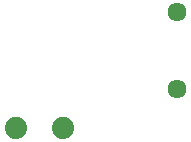
<source format=gbs>
G75*
%MOIN*%
%OFA0B0*%
%FSLAX25Y25*%
%IPPOS*%
%LPD*%
%AMOC8*
5,1,8,0,0,1.08239X$1,22.5*
%
%ADD10C,0.07400*%
%ADD11C,0.06343*%
D10*
X0046091Y0022509D03*
X0061839Y0022509D03*
D11*
X0099831Y0035265D03*
X0099831Y0060855D03*
M02*

</source>
